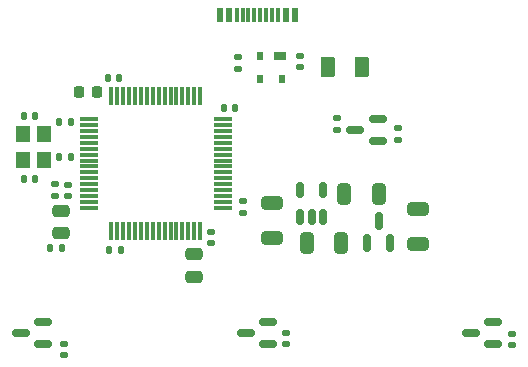
<source format=gbr>
%TF.GenerationSoftware,KiCad,Pcbnew,(7.0.0-0)*%
%TF.CreationDate,2023-04-23T13:28:51-05:00*%
%TF.ProjectId,STM32,53544d33-322e-46b6-9963-61645f706362,REV1*%
%TF.SameCoordinates,Original*%
%TF.FileFunction,Paste,Top*%
%TF.FilePolarity,Positive*%
%FSLAX46Y46*%
G04 Gerber Fmt 4.6, Leading zero omitted, Abs format (unit mm)*
G04 Created by KiCad (PCBNEW (7.0.0-0)) date 2023-04-23 13:28:51*
%MOMM*%
%LPD*%
G01*
G04 APERTURE LIST*
G04 Aperture macros list*
%AMRoundRect*
0 Rectangle with rounded corners*
0 $1 Rounding radius*
0 $2 $3 $4 $5 $6 $7 $8 $9 X,Y pos of 4 corners*
0 Add a 4 corners polygon primitive as box body*
4,1,4,$2,$3,$4,$5,$6,$7,$8,$9,$2,$3,0*
0 Add four circle primitives for the rounded corners*
1,1,$1+$1,$2,$3*
1,1,$1+$1,$4,$5*
1,1,$1+$1,$6,$7*
1,1,$1+$1,$8,$9*
0 Add four rect primitives between the rounded corners*
20,1,$1+$1,$2,$3,$4,$5,0*
20,1,$1+$1,$4,$5,$6,$7,0*
20,1,$1+$1,$6,$7,$8,$9,0*
20,1,$1+$1,$8,$9,$2,$3,0*%
G04 Aperture macros list end*
%ADD10RoundRect,0.250000X0.475000X-0.250000X0.475000X0.250000X-0.475000X0.250000X-0.475000X-0.250000X0*%
%ADD11RoundRect,0.225000X0.225000X0.250000X-0.225000X0.250000X-0.225000X-0.250000X0.225000X-0.250000X0*%
%ADD12RoundRect,0.140000X0.140000X0.170000X-0.140000X0.170000X-0.140000X-0.170000X0.140000X-0.170000X0*%
%ADD13RoundRect,0.140000X-0.140000X-0.170000X0.140000X-0.170000X0.140000X0.170000X-0.140000X0.170000X0*%
%ADD14RoundRect,0.135000X-0.185000X0.135000X-0.185000X-0.135000X0.185000X-0.135000X0.185000X0.135000X0*%
%ADD15R,0.600000X1.150000*%
%ADD16R,0.300000X1.150000*%
%ADD17RoundRect,0.150000X0.587500X0.150000X-0.587500X0.150000X-0.587500X-0.150000X0.587500X-0.150000X0*%
%ADD18RoundRect,0.150000X0.150000X-0.587500X0.150000X0.587500X-0.150000X0.587500X-0.150000X-0.587500X0*%
%ADD19R,1.200000X1.400000*%
%ADD20R,1.000000X0.700000*%
%ADD21R,0.600000X0.700000*%
%ADD22RoundRect,0.250000X-0.325000X-0.650000X0.325000X-0.650000X0.325000X0.650000X-0.325000X0.650000X0*%
%ADD23RoundRect,0.140000X-0.170000X0.140000X-0.170000X-0.140000X0.170000X-0.140000X0.170000X0.140000X0*%
%ADD24RoundRect,0.250000X0.325000X0.650000X-0.325000X0.650000X-0.325000X-0.650000X0.325000X-0.650000X0*%
%ADD25RoundRect,0.140000X0.170000X-0.140000X0.170000X0.140000X-0.170000X0.140000X-0.170000X-0.140000X0*%
%ADD26RoundRect,0.250000X-0.650000X0.325000X-0.650000X-0.325000X0.650000X-0.325000X0.650000X0.325000X0*%
%ADD27RoundRect,0.135000X0.135000X0.185000X-0.135000X0.185000X-0.135000X-0.185000X0.135000X-0.185000X0*%
%ADD28RoundRect,0.135000X0.185000X-0.135000X0.185000X0.135000X-0.185000X0.135000X-0.185000X-0.135000X0*%
%ADD29RoundRect,0.250000X0.650000X-0.325000X0.650000X0.325000X-0.650000X0.325000X-0.650000X-0.325000X0*%
%ADD30RoundRect,0.075000X-0.700000X-0.075000X0.700000X-0.075000X0.700000X0.075000X-0.700000X0.075000X0*%
%ADD31RoundRect,0.075000X-0.075000X-0.700000X0.075000X-0.700000X0.075000X0.700000X-0.075000X0.700000X0*%
%ADD32RoundRect,0.250000X-0.375000X-0.625000X0.375000X-0.625000X0.375000X0.625000X-0.375000X0.625000X0*%
%ADD33RoundRect,0.250000X-0.475000X0.250000X-0.475000X-0.250000X0.475000X-0.250000X0.475000X0.250000X0*%
%ADD34RoundRect,0.150000X0.150000X-0.512500X0.150000X0.512500X-0.150000X0.512500X-0.150000X-0.512500X0*%
G04 APERTURE END LIST*
D10*
%TO.C,FB1*%
X-16630000Y8460000D03*
X-16630000Y10360000D03*
%TD*%
D11*
%TO.C,C1*%
X-13575000Y20400000D03*
X-15125000Y20400000D03*
%TD*%
D12*
%TO.C,C12*%
X-16570000Y7175000D03*
X-17530000Y7175000D03*
%TD*%
D13*
%TO.C,C19*%
X-19750000Y13040000D03*
X-18790000Y13040000D03*
%TD*%
D14*
%TO.C,R6*%
X11877500Y17395000D03*
X11877500Y16375000D03*
%TD*%
D15*
%TO.C,P1*%
X3199999Y26894999D03*
X2399999Y26894999D03*
D16*
X1249999Y26894999D03*
X249999Y26894999D03*
X-249999Y26894999D03*
X-1249999Y26894999D03*
D15*
X-2399999Y26894999D03*
X-3199999Y26894999D03*
X-3199999Y26894999D03*
X-2399999Y26894999D03*
D16*
X-1749999Y26894999D03*
X-749999Y26894999D03*
X749999Y26894999D03*
X1749999Y26894999D03*
D15*
X2399999Y26894999D03*
X3199999Y26894999D03*
%TD*%
D12*
%TO.C,C5*%
X-11580000Y7040000D03*
X-12540000Y7040000D03*
%TD*%
D17*
%TO.C,U5*%
X19987500Y-950000D03*
X19987500Y950000D03*
X18112500Y0D03*
%TD*%
D18*
%TO.C,U1*%
X9325000Y7612500D03*
X11225000Y7612500D03*
X10275000Y9487500D03*
%TD*%
D19*
%TO.C,Y1*%
X-19799999Y16849999D03*
X-19799999Y14649999D03*
X-18099999Y14649999D03*
X-18099999Y16849999D03*
%TD*%
D20*
%TO.C,U3*%
X1909999Y23479999D03*
D21*
X209999Y23479999D03*
X209999Y21479999D03*
X2109999Y21479999D03*
%TD*%
D22*
%TO.C,C9*%
X4165000Y7587500D03*
X7115000Y7587500D03*
%TD*%
D12*
%TO.C,C2*%
X-15810000Y17900000D03*
X-16770000Y17900000D03*
%TD*%
D23*
%TO.C,R1*%
X3602500Y23480000D03*
X3602500Y22520000D03*
%TD*%
D24*
%TO.C,C7*%
X10260000Y11777500D03*
X7310000Y11777500D03*
%TD*%
D25*
%TO.C,C15*%
X-16370000Y-1860000D03*
X-16370000Y-900000D03*
%TD*%
%TO.C,C14*%
X-16070000Y11610000D03*
X-16070000Y12570000D03*
%TD*%
D26*
%TO.C,C10*%
X1247813Y10981187D03*
X1247813Y8031187D03*
%TD*%
D13*
%TO.C,C3*%
X-12675000Y21630000D03*
X-11715000Y21630000D03*
%TD*%
D27*
%TO.C,R3*%
X-15790000Y14890000D03*
X-16810000Y14890000D03*
%TD*%
D28*
%TO.C,R7*%
X6750000Y17190000D03*
X6750000Y18210000D03*
%TD*%
D17*
%TO.C,U4*%
X937500Y-950000D03*
X937500Y950000D03*
X-937500Y0D03*
%TD*%
D13*
%TO.C,C6*%
X-2850000Y19020000D03*
X-1890000Y19020000D03*
%TD*%
D23*
%TO.C,C17*%
X2450000Y10000D03*
X2450000Y-950000D03*
%TD*%
D29*
%TO.C,C8*%
X13570000Y7575000D03*
X13570000Y10525000D03*
%TD*%
D17*
%TO.C,U6*%
X-18112500Y-950000D03*
X-18112500Y950000D03*
X-19987500Y0D03*
%TD*%
D23*
%TO.C,R2*%
X-1680000Y23340000D03*
X-1680000Y22380000D03*
%TD*%
D28*
%TO.C,R5*%
X-1250000Y10130000D03*
X-1250000Y11150000D03*
%TD*%
D25*
%TO.C,C13*%
X-17150000Y11620000D03*
X-17150000Y12580000D03*
%TD*%
D23*
%TO.C,C16*%
X21520000Y-50000D03*
X21520000Y-1010000D03*
%TD*%
D12*
%TO.C,C18*%
X-18800000Y18350000D03*
X-19760000Y18350000D03*
%TD*%
D23*
%TO.C,C4*%
X-3890000Y8591041D03*
X-3890000Y7631041D03*
%TD*%
D17*
%TO.C,Q1*%
X10175000Y16225000D03*
X10175000Y18125000D03*
X8300000Y17175000D03*
%TD*%
D30*
%TO.C,U7*%
X-14275000Y18100000D03*
X-14275000Y17600000D03*
X-14275000Y17100000D03*
X-14275000Y16600000D03*
X-14275000Y16100000D03*
X-14275000Y15600000D03*
X-14275000Y15100000D03*
X-14275000Y14600000D03*
X-14275000Y14100000D03*
X-14275000Y13600000D03*
X-14275000Y13100000D03*
X-14275000Y12600000D03*
X-14275000Y12100000D03*
X-14275000Y11600000D03*
X-14275000Y11100000D03*
X-14275000Y10600000D03*
D31*
X-12350000Y8675000D03*
X-11850000Y8675000D03*
X-11350000Y8675000D03*
X-10850000Y8675000D03*
X-10350000Y8675000D03*
X-9850000Y8675000D03*
X-9350000Y8675000D03*
X-8850000Y8675000D03*
X-8350000Y8675000D03*
X-7850000Y8675000D03*
X-7350000Y8675000D03*
X-6850000Y8675000D03*
X-6350000Y8675000D03*
X-5850000Y8675000D03*
X-5350000Y8675000D03*
X-4850000Y8675000D03*
D30*
X-2925000Y10600000D03*
X-2925000Y11100000D03*
X-2925000Y11600000D03*
X-2925000Y12100000D03*
X-2925000Y12600000D03*
X-2925000Y13100000D03*
X-2925000Y13600000D03*
X-2925000Y14100000D03*
X-2925000Y14600000D03*
X-2925000Y15100000D03*
X-2925000Y15600000D03*
X-2925000Y16100000D03*
X-2925000Y16600000D03*
X-2925000Y17100000D03*
X-2925000Y17600000D03*
X-2925000Y18100000D03*
D31*
X-4850000Y20025000D03*
X-5350000Y20025000D03*
X-5850000Y20025000D03*
X-6350000Y20025000D03*
X-6850000Y20025000D03*
X-7350000Y20025000D03*
X-7850000Y20025000D03*
X-8350000Y20025000D03*
X-8850000Y20025000D03*
X-9350000Y20025000D03*
X-9850000Y20025000D03*
X-10350000Y20025000D03*
X-10850000Y20025000D03*
X-11350000Y20025000D03*
X-11850000Y20025000D03*
X-12350000Y20025000D03*
%TD*%
D32*
%TO.C,F1*%
X6020000Y22520000D03*
X8820000Y22520000D03*
%TD*%
D33*
%TO.C,C20*%
X-5390000Y6660000D03*
X-5390000Y4760000D03*
%TD*%
D34*
%TO.C,U2*%
X3650000Y9832500D03*
X4600000Y9832500D03*
X5550000Y9832500D03*
X5550000Y12107500D03*
X3650000Y12107500D03*
%TD*%
M02*

</source>
